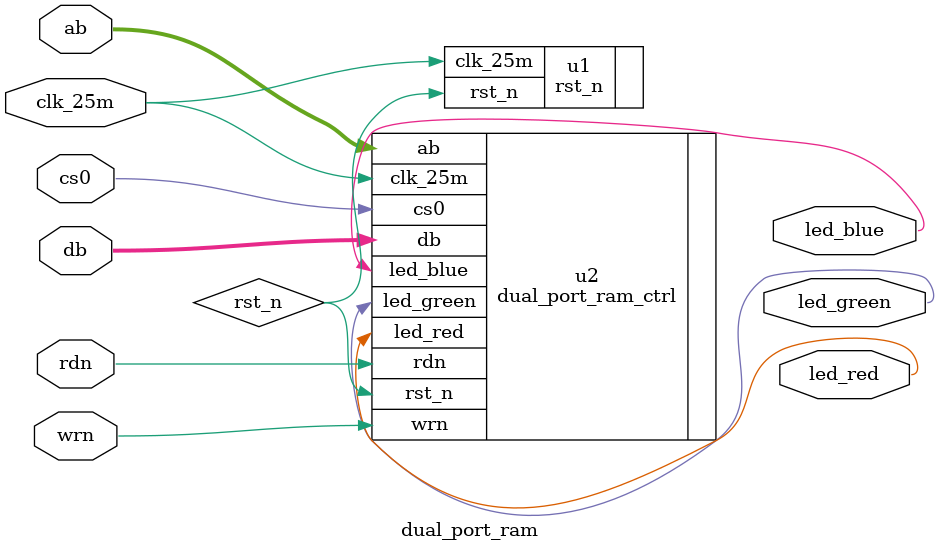
<source format=v>
/* 
 * --------------------
 * Company					: LUOYANG GINGKO TECHNOLOGY CO.,LTD.
 * BBS						: http://www.eeschool.org
 * --------------------
 * Project Name			: dual port ram
 * Module Name				: dual port ram
 * Description				: ---
 * --------------------
 * Tool Versions			: Quartus II 13.1
 * Target Device			: Cyclone IV E  EP4CE15F23C8
 * --------------------
 * Engineer					: xiaorenwu
 * Revision					: V0.0
 * Created Date			: 2017-08-22
 * --------------------
 * Engineer					:
 * Revision					:
 * Modified Date			:
 * --------------------
 * Additional Comments	: ---
 * 
 * --------------------
 */
//-------------------------Timescale----------------------------//
`timescale 1 ns / 1 ps 
//-----------------------Module dual_port_ram-------------------//
module dual_port_ram(
	input clk_25m,
	input wrn,
	input rdn,
	input cs0,
	inout [15:0]db,
	input [23:16]ab,
	output led_red,
	output led_green,
	output led_blue
);

wire rst_n;

rst_n u1(
	.clk_25m(clk_25m),
	.rst_n(rst_n)
);


dual_port_ram_ctrl u2(
	.clk_25m(clk_25m),
	.rst_n(rst_n),
	.wrn(wrn),
	.rdn(rdn),
	.cs0(cs0),
	.db(db),
	.ab(ab),
	.led_red(led_red),
	.led_green(led_green),
	.led_blue(led_blue)
);

endmodule

</source>
